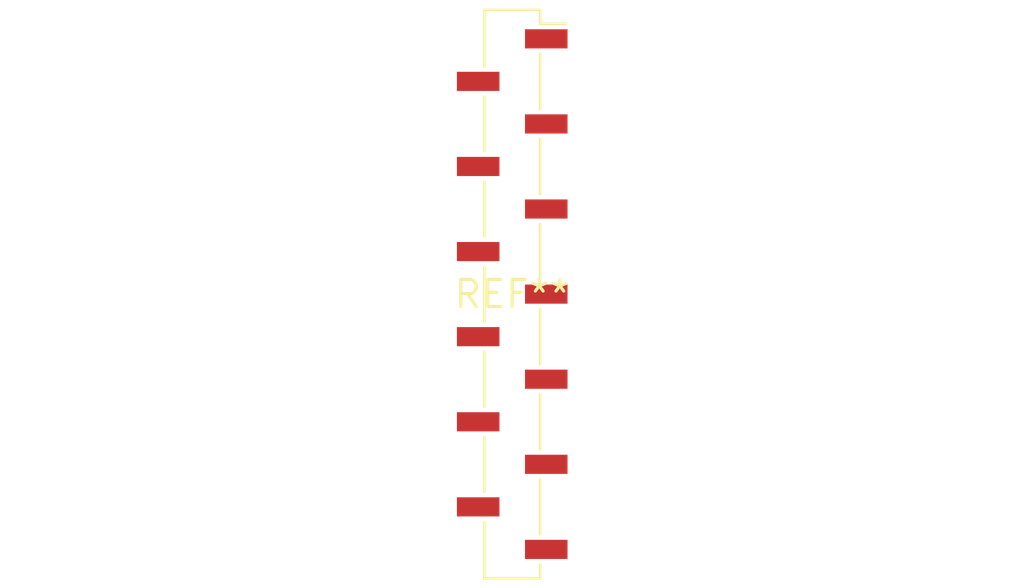
<source format=kicad_pcb>
(kicad_pcb (version 20240108) (generator pcbnew)
  (layers (0 "F.Cu" signal) (31 "B.Cu" signal) (34 "B.Paste" user) (35 "F.Paste" user) (36 "B.SilkS" user "B.Silkscreen") (37 "F.SilkS" user "F.Silkscreen") (38 "B.Mask" user) (39 "F.Mask" user) (44 "Edge.Cuts" user))
  (net 0 "")
  (footprint "PinSocket_1x13_P2.00mm_Vertical_SMD_Pin1Right" (layer "F.Cu") (at 0 0)
    (property "Reference" "REF**")
    (property "Value" "PinSocket_1x13_P2.00mm_Vertical_SMD_Pin1Right")
    (fp_line (start -1.31 -13.36) (end -1.31 -10.71) (layer "F.SilkS") (stroke (width 0.12)))
    (fp_line (start -1.31 -13.36) (end 1.31 -13.36) (layer "F.SilkS") (stroke (width 0.12)))
    (fp_line (start -1.31 -9.29) (end -1.31 -6.71) (layer "F.SilkS") (stroke (width 0.12)))
    (fp_line (start -1.31 -5.29) (end -1.31 -2.71) (layer "F.SilkS") (stroke (width 0.12)))
    (fp_line (start -1.31 -1.29) (end -1.31 1.29) (layer "F.SilkS") (stroke (width 0.12)))
    (fp_line (start -1.31 2.71) (end -1.31 5.29) (layer "F.SilkS") (stroke (width 0.12)))
    (fp_line (start -1.31 6.71) (end -1.31 9.29) (layer "F.SilkS") (stroke (width 0.12)))
    (fp_line (start -1.31 10.71) (end -1.31 13.36) (layer "F.SilkS") (stroke (width 0.12)))
    (fp_line (start -1.31 13.36) (end 1.31 13.36) (layer "F.SilkS") (stroke (width 0.12)))
    (fp_line (start 1.31 -13.36) (end 1.31 -12.71) (layer "F.SilkS") (stroke (width 0.12)))
    (fp_line (start 1.31 -12.71) (end 2.54 -12.71) (layer "F.SilkS") (stroke (width 0.12)))
    (fp_line (start 1.31 -11.29) (end 1.31 -8.71) (layer "F.SilkS") (stroke (width 0.12)))
    (fp_line (start 1.31 -7.29) (end 1.31 -4.71) (layer "F.SilkS") (stroke (width 0.12)))
    (fp_line (start 1.31 -3.29) (end 1.31 -0.71) (layer "F.SilkS") (stroke (width 0.12)))
    (fp_line (start 1.31 0.71) (end 1.31 3.29) (layer "F.SilkS") (stroke (width 0.12)))
    (fp_line (start 1.31 4.71) (end 1.31 7.29) (layer "F.SilkS") (stroke (width 0.12)))
    (fp_line (start 1.31 8.71) (end 1.31 11.29) (layer "F.SilkS") (stroke (width 0.12)))
    (fp_line (start 1.31 12.71) (end 1.31 13.36) (layer "F.SilkS") (stroke (width 0.12)))
    (pad "1" smd rect (at 1.6 -12) (size 2 0.9) (layers "F.Cu" "F.Paste" "F.Mask"))
    (pad "2" smd rect (at -1.6 -10) (size 2 0.9) (layers "F.Cu" "F.Paste" "F.Mask"))
    (pad "3" smd rect (at 1.6 -8) (size 2 0.9) (layers "F.Cu" "F.Paste" "F.Mask"))
    (pad "4" smd rect (at -1.6 -6) (size 2 0.9) (layers "F.Cu" "F.Paste" "F.Mask"))
    (pad "5" smd rect (at 1.6 -4) (size 2 0.9) (layers "F.Cu" "F.Paste" "F.Mask"))
    (pad "6" smd rect (at -1.6 -2) (size 2 0.9) (layers "F.Cu" "F.Paste" "F.Mask"))
    (pad "7" smd rect (at 1.6 0) (size 2 0.9) (layers "F.Cu" "F.Paste" "F.Mask"))
    (pad "8" smd rect (at -1.6 2) (size 2 0.9) (layers "F.Cu" "F.Paste" "F.Mask"))
    (pad "9" smd rect (at 1.6 4) (size 2 0.9) (layers "F.Cu" "F.Paste" "F.Mask"))
    (pad "10" smd rect (at -1.6 6) (size 2 0.9) (layers "F.Cu" "F.Paste" "F.Mask"))
    (pad "11" smd rect (at 1.6 8) (size 2 0.9) (layers "F.Cu" "F.Paste" "F.Mask"))
    (pad "12" smd rect (at -1.6 10) (size 2 0.9) (layers "F.Cu" "F.Paste" "F.Mask"))
    (pad "13" smd rect (at 1.6 12) (size 2 0.9) (layers "F.Cu" "F.Paste" "F.Mask"))
  )
)
</source>
